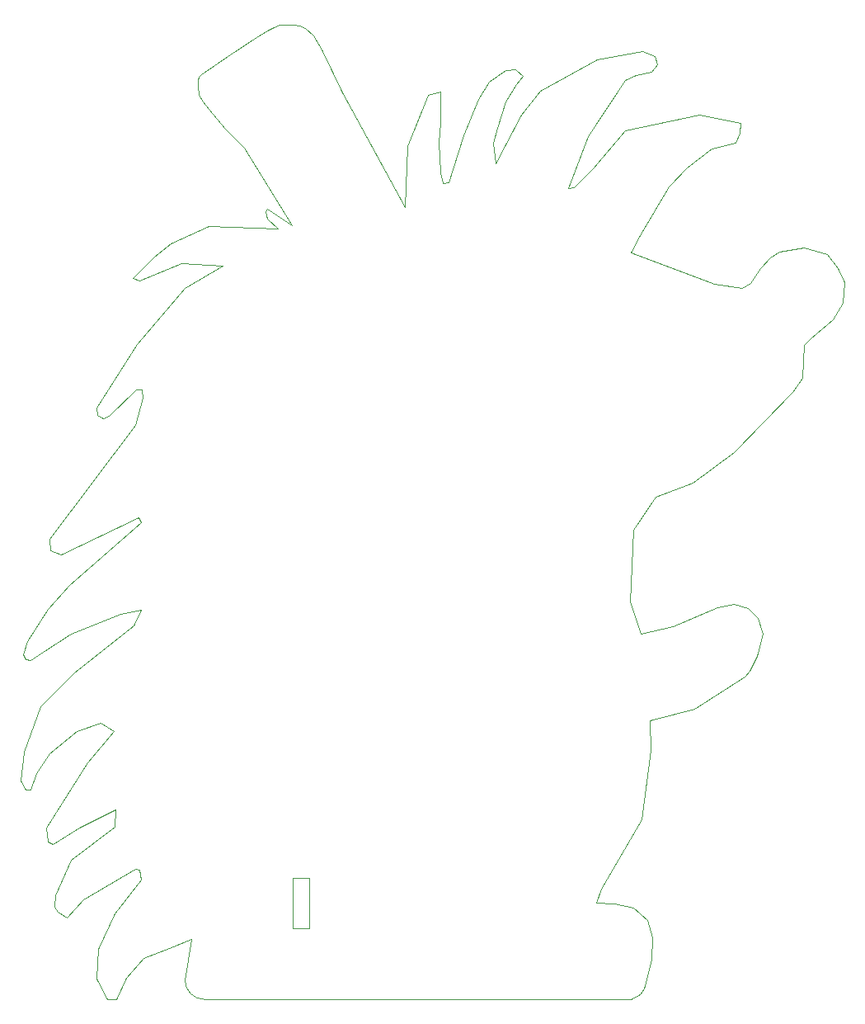
<source format=gbr>
%TF.GenerationSoftware,KiCad,Pcbnew,8.0.6*%
%TF.CreationDate,2024-11-07T16:30:57+01:00*%
%TF.ProjectId,SQUIM_v02,53515549-4d5f-4763-9032-2e6b69636164,rev?*%
%TF.SameCoordinates,Original*%
%TF.FileFunction,Profile,NP*%
%FSLAX46Y46*%
G04 Gerber Fmt 4.6, Leading zero omitted, Abs format (unit mm)*
G04 Created by KiCad (PCBNEW 8.0.6) date 2024-11-07 16:30:57*
%MOMM*%
%LPD*%
G01*
G04 APERTURE LIST*
%TA.AperFunction,Profile*%
%ADD10C,0.050000*%
%TD*%
G04 APERTURE END LIST*
D10*
X124660228Y-146319994D02*
X124660228Y-151419994D01*
X126360228Y-146319994D02*
X124660228Y-146319994D01*
X126360228Y-151419994D02*
X126360228Y-146319994D01*
X124660228Y-151419994D02*
X126360228Y-151419994D01*
X138510228Y-65969994D02*
X136450000Y-71150000D01*
X143750000Y-66350000D02*
X142150000Y-70050000D01*
X171650000Y-85250000D02*
X170800000Y-85750000D01*
X180100000Y-89000000D02*
X181150000Y-87250000D01*
X100500000Y-149750000D02*
X101450000Y-150350000D01*
X119650000Y-71350000D02*
X124600000Y-79300000D01*
X114900000Y-65050000D02*
X115050000Y-65900000D01*
X129750000Y-65700000D02*
X127650000Y-61250000D01*
X161300000Y-130100000D02*
X165900000Y-128900000D01*
X170800000Y-85750000D02*
X167900000Y-85300000D01*
X113200000Y-83250000D02*
X117450000Y-83450000D01*
X103200000Y-148500000D02*
X108500000Y-145350000D01*
X109100000Y-118800000D02*
X108300000Y-120350000D01*
X159400000Y-158750000D02*
X160300000Y-158200000D01*
X170150000Y-70850000D02*
X170550000Y-69800000D01*
X104700000Y-153600000D02*
X104550000Y-156600000D01*
X106400000Y-141050000D02*
X101850000Y-144450000D01*
X168300000Y-118500000D02*
X163700000Y-120500000D01*
X160550000Y-61450000D02*
X155900000Y-62300000D01*
X109100000Y-109800000D02*
X101700000Y-116200000D01*
X118200000Y-61800000D02*
X115300000Y-63850000D01*
X111950000Y-153450000D02*
X109350000Y-154500000D01*
X180600000Y-83700000D02*
X179500000Y-82300000D01*
X144800000Y-64550000D02*
X143750000Y-66350000D01*
X160400000Y-121200000D02*
X159300000Y-117900000D01*
X108850000Y-109300000D02*
X109100000Y-109800000D01*
X167900000Y-85300000D02*
X167500000Y-85200000D01*
X121925000Y-78325000D02*
X122050000Y-78650000D01*
X170600000Y-68800000D02*
X166400000Y-68000000D01*
X104600000Y-98800000D02*
X105200000Y-99150000D01*
X115050000Y-64100000D02*
X114950000Y-64400000D01*
X161900000Y-107200000D02*
X165700000Y-105700000D01*
X165700000Y-105700000D02*
X170000000Y-102600000D01*
X114950000Y-64400000D02*
X114900000Y-65050000D01*
X172650000Y-83750000D02*
X171650000Y-85250000D01*
X97400000Y-121950000D02*
X97000000Y-123350000D01*
X99650000Y-111500000D02*
X108472678Y-99801286D01*
X108472678Y-99801286D02*
X109250000Y-97050000D01*
X117750000Y-69400000D02*
X119650000Y-71350000D01*
X140050000Y-75000000D02*
X139800000Y-73900000D01*
X159600000Y-110600000D02*
X161900000Y-107200000D01*
X165900000Y-128900000D02*
X171100000Y-125600000D01*
X145250000Y-70850000D02*
X145700000Y-69300000D01*
X107000000Y-119200000D02*
X109100000Y-118800000D01*
X172400000Y-119600000D02*
X172900000Y-121200000D01*
X101700000Y-116200000D02*
X99550000Y-118700000D01*
X101850000Y-144450000D02*
X100300000Y-148100000D01*
X161500000Y-63550000D02*
X162100000Y-62800000D01*
X161100000Y-150600000D02*
X159600000Y-149300000D01*
X109100000Y-146500000D02*
X106350000Y-149950000D01*
X106450000Y-139300000D02*
X106400000Y-141050000D01*
X102500000Y-131250000D02*
X104900000Y-130400000D01*
X177200000Y-81600000D02*
X174650000Y-82000000D01*
X115300000Y-63850000D02*
X115050000Y-64100000D01*
X155000000Y-70200000D02*
X158750000Y-64400000D01*
X174650000Y-82000000D02*
X173650000Y-82600000D01*
X116050000Y-67350000D02*
X117750000Y-69400000D01*
X105600000Y-158750000D02*
X106550000Y-158750000D01*
X99650000Y-111500000D02*
X99750000Y-112700000D01*
X146550000Y-63400000D02*
X144800000Y-64550000D01*
X100300000Y-148100000D02*
X100200000Y-149250000D01*
X158750000Y-69600000D02*
X155450000Y-73450000D01*
X106300000Y-131200000D02*
X103550000Y-134400000D01*
X172900000Y-121200000D02*
X172300000Y-123500000D01*
X171600000Y-125000000D02*
X171100000Y-125600000D01*
X162100000Y-62800000D02*
X161850000Y-61950000D01*
X104550000Y-98050000D02*
X108698800Y-91500000D01*
X108698800Y-91500000D02*
X113580228Y-85719994D01*
X115050000Y-65900000D02*
X115450000Y-66600000D01*
X108900000Y-145450000D02*
X109100000Y-146500000D01*
X101450000Y-150350000D02*
X103200000Y-148500000D01*
X159900000Y-63900000D02*
X161500000Y-63550000D01*
X159600000Y-149300000D02*
X157700000Y-148900000D01*
X161500000Y-154700000D02*
X161600000Y-152400000D01*
X148250000Y-64000000D02*
X147550000Y-63300000D01*
X99700000Y-133500000D02*
X102500000Y-131250000D01*
X115600000Y-158750000D02*
X159400000Y-158750000D01*
X108550000Y-96200000D02*
X109150000Y-96150000D01*
X123350000Y-58750000D02*
X122700000Y-59000000D01*
X177800000Y-90900000D02*
X180100000Y-89000000D01*
X97700000Y-123950000D02*
X99050000Y-123100000D01*
X116050000Y-79400000D02*
X112100000Y-81150000D01*
X139800000Y-73900000D02*
X139650000Y-70775000D01*
X104550000Y-156600000D02*
X105600000Y-158750000D01*
X105800000Y-98900000D02*
X108550000Y-96200000D01*
X139650000Y-70775000D02*
X139850000Y-68800000D01*
X155450000Y-73450000D02*
X153560228Y-75419994D01*
X153560228Y-75419994D02*
X152950000Y-75500000D01*
X167500000Y-85200000D02*
X159400000Y-82100000D01*
X152950000Y-75500000D02*
X155000000Y-70200000D01*
X100200000Y-149250000D02*
X100500000Y-149750000D01*
X108250000Y-84700000D02*
X108950000Y-85000000D01*
X168300000Y-118500000D02*
X170000000Y-118200000D01*
X98350000Y-135550000D02*
X99700000Y-133500000D01*
X177200000Y-91600000D02*
X177800000Y-90900000D01*
X121875000Y-77875000D02*
X121925000Y-78325000D01*
X157700000Y-148900000D02*
X155800000Y-148800000D01*
X146500000Y-66650000D02*
X147600000Y-64850000D01*
X98800000Y-128650000D02*
X97050000Y-133350000D01*
X158750000Y-64400000D02*
X159900000Y-63900000D01*
X103550000Y-134400000D02*
X99350000Y-141100000D01*
X99500000Y-142550000D02*
X100050000Y-142850000D01*
X136200000Y-77450000D02*
X129750000Y-65700000D01*
X114250000Y-152550000D02*
X111950000Y-153450000D01*
X123100000Y-79700000D02*
X116050000Y-79400000D01*
X166400000Y-68000000D02*
X158750000Y-69600000D01*
X155800000Y-148800000D02*
X156300000Y-147400000D01*
X181300000Y-85200000D02*
X180600000Y-83700000D01*
X148100000Y-67950000D02*
X146550000Y-71000000D01*
X160300000Y-158200000D02*
X160700000Y-157600000D01*
X145700000Y-69300000D02*
X146500000Y-66650000D01*
X113600000Y-156750000D02*
X114250000Y-152550000D01*
X117450000Y-83450000D02*
X113580228Y-85719994D01*
X97200000Y-137250000D02*
X97700000Y-137250000D01*
X122050000Y-59350000D02*
X120900000Y-60000000D01*
X159400000Y-82100000D02*
X160350000Y-80300000D01*
X161600000Y-152400000D02*
X161100000Y-150600000D01*
X181150000Y-87250000D02*
X181300000Y-85200000D01*
X109150000Y-96150000D02*
X109250000Y-97050000D01*
X159300000Y-117900000D02*
X159600000Y-110600000D01*
X104900000Y-130400000D02*
X106300000Y-131200000D01*
X108300000Y-120350000D02*
X102250000Y-125250000D01*
X160700000Y-157600000D02*
X161500000Y-154700000D01*
X106350000Y-149950000D02*
X104700000Y-153600000D01*
X97700000Y-137250000D02*
X98350000Y-135550000D01*
X102250000Y-125250000D02*
X98800000Y-128650000D01*
X124750000Y-58750000D02*
X123350000Y-58750000D01*
X100050000Y-142850000D02*
X102750000Y-141100000D01*
X173650000Y-82600000D02*
X172650000Y-83750000D01*
X146550000Y-71000000D02*
X145500000Y-72950000D01*
X99350000Y-141100000D02*
X99500000Y-142550000D01*
X139850000Y-68800000D02*
X139800000Y-65600000D01*
X108500000Y-145350000D02*
X108900000Y-145450000D01*
X170550000Y-69800000D02*
X170600000Y-68800000D01*
X160500000Y-140300000D02*
X161400000Y-133200000D01*
X97000000Y-123350000D02*
X97250000Y-123850000D01*
X155900000Y-62300000D02*
X150050000Y-65500000D01*
X161400000Y-133200000D02*
X161300000Y-130100000D01*
X125350000Y-58850000D02*
X124750000Y-58750000D01*
X139800000Y-65600000D02*
X138510228Y-65969994D01*
X115450000Y-66600000D02*
X116050000Y-67350000D01*
X163700000Y-120500000D02*
X160400000Y-121200000D01*
X167650000Y-71450000D02*
X170150000Y-70850000D01*
X172300000Y-123500000D02*
X171600000Y-125000000D01*
X177000000Y-95000000D02*
X177200000Y-91600000D01*
X99550000Y-118700000D02*
X97400000Y-121950000D01*
X115600000Y-158750000D02*
G75*
G02*
X113600000Y-156750000I0J2000000D01*
G01*
X176000000Y-96400000D02*
X177000000Y-95000000D01*
X99050000Y-123100000D02*
X101900000Y-121200000D01*
X170000000Y-118200000D02*
X171400000Y-118600000D01*
X108950000Y-85000000D02*
X113200000Y-83250000D01*
X170000000Y-102600000D02*
X176000000Y-96400000D01*
X106550000Y-158750000D02*
X107550000Y-156500000D01*
X165150000Y-73400000D02*
X167650000Y-71450000D01*
X125900000Y-59050000D02*
X125350000Y-58850000D01*
X120900000Y-60000000D02*
X118200000Y-61800000D01*
X140650000Y-74900000D02*
X140050000Y-75000000D01*
X147550000Y-63300000D02*
X146550000Y-63400000D01*
X156300000Y-147400000D02*
X160500000Y-140300000D01*
X150050000Y-65500000D02*
X148100000Y-67950000D01*
X97250000Y-123850000D02*
X97700000Y-123950000D01*
X101900000Y-121200000D02*
X107000000Y-119200000D01*
X147600000Y-64850000D02*
X148250000Y-64000000D01*
X107550000Y-156500000D02*
X109350000Y-154500000D01*
X102750000Y-141100000D02*
X106450000Y-139300000D01*
X127650000Y-61250000D02*
X126800000Y-59850000D01*
X179500000Y-82300000D02*
X177200000Y-81600000D01*
X142150000Y-70050000D02*
X140650000Y-74900000D01*
X122700000Y-59000000D02*
X122050000Y-59350000D01*
X108850000Y-109300000D02*
X100900000Y-113100000D01*
X100900000Y-113100000D02*
X99750000Y-112700000D01*
X105200000Y-99150000D02*
X105800000Y-98900000D01*
X97050000Y-133350000D02*
X96750000Y-136300000D01*
X145500000Y-72950000D02*
X145250000Y-70850000D01*
X163300000Y-75300000D02*
X165150000Y-73400000D01*
X160350000Y-80300000D02*
X163300000Y-75300000D01*
X126800000Y-59850000D02*
X125900000Y-59050000D01*
X171400000Y-118600000D02*
X172400000Y-119600000D01*
X122050000Y-78650000D02*
X123100000Y-79700000D01*
X96750000Y-136300000D02*
X97200000Y-137250000D01*
X104550000Y-98050000D02*
X104600000Y-98800000D01*
X112100000Y-81150000D02*
X110400000Y-82500000D01*
X110400000Y-82500000D02*
X108250000Y-84700000D01*
X124600000Y-79300000D02*
X122050000Y-77650000D01*
X161850000Y-61950000D02*
X160550000Y-61450000D01*
X121875000Y-77875000D02*
X122050000Y-77650000D01*
X136450000Y-71150000D02*
X136200000Y-77450000D01*
M02*

</source>
